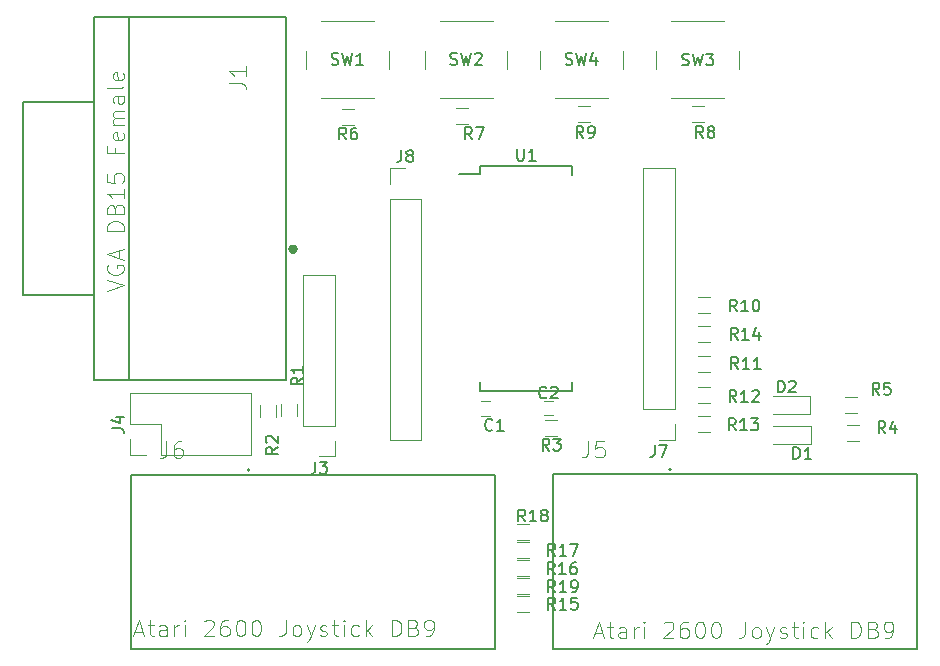
<source format=gbr>
%TF.GenerationSoftware,KiCad,Pcbnew,(5.0.1-3-g963ef8bb5)*%
%TF.CreationDate,2019-01-11T00:28:31-08:00*%
%TF.ProjectId,vga_i2c,7667615F6932632E6B696361645F7063,rev?*%
%TF.SameCoordinates,Original*%
%TF.FileFunction,Legend,Top*%
%TF.FilePolarity,Positive*%
%FSLAX46Y46*%
G04 Gerber Fmt 4.6, Leading zero omitted, Abs format (unit mm)*
G04 Created by KiCad (PCBNEW (5.0.1-3-g963ef8bb5)) date Friday, January 11, 2019 at 12:28:31 AM*
%MOMM*%
%LPD*%
G01*
G04 APERTURE LIST*
%ADD10C,0.120000*%
%ADD11C,0.200000*%
%ADD12C,0.127000*%
%ADD13C,0.150000*%
%ADD14C,0.400000*%
%ADD15C,0.050000*%
G04 APERTURE END LIST*
D10*
X96643500Y-89976000D02*
X95313500Y-89976000D01*
X96643500Y-88646000D02*
X96643500Y-89976000D01*
X96643500Y-87376000D02*
X93983500Y-87376000D01*
X93983500Y-87376000D02*
X93983500Y-66996000D01*
X96643500Y-87376000D02*
X96643500Y-66996000D01*
X96643500Y-66996000D02*
X93983500Y-66996000D01*
D11*
X96356400Y-92473200D02*
G75*
G03X96356400Y-92473200I-100000J0D01*
G01*
D12*
X93292400Y-107661200D02*
X86352400Y-107661200D01*
X110212400Y-107661200D02*
X93292400Y-107661200D01*
X117152400Y-107661200D02*
X110212400Y-107661200D01*
X117152400Y-92881200D02*
X117152400Y-107661200D01*
X86352400Y-92881200D02*
X117152400Y-92881200D01*
X86352400Y-107661200D02*
X86352400Y-92881200D01*
X50640000Y-107712000D02*
X50640000Y-92932000D01*
X50640000Y-92932000D02*
X81440000Y-92932000D01*
X81440000Y-92932000D02*
X81440000Y-107712000D01*
X81440000Y-107712000D02*
X74500000Y-107712000D01*
X74500000Y-107712000D02*
X57580000Y-107712000D01*
X57580000Y-107712000D02*
X50640000Y-107712000D01*
D11*
X60644000Y-92524000D02*
G75*
G03X60644000Y-92524000I-100000J0D01*
G01*
D10*
X85248800Y-57045600D02*
X85248800Y-58545600D01*
X86498800Y-61045600D02*
X90998800Y-61045600D01*
X92248800Y-58545600D02*
X92248800Y-57045600D01*
X90998800Y-54545600D02*
X86498800Y-54545600D01*
X67878000Y-91373000D02*
X66548000Y-91373000D01*
X67878000Y-90043000D02*
X67878000Y-91373000D01*
X67878000Y-88773000D02*
X65218000Y-88773000D01*
X65218000Y-88773000D02*
X65218000Y-76013000D01*
X67878000Y-88773000D02*
X67878000Y-76013000D01*
X67878000Y-76013000D02*
X65218000Y-76013000D01*
X50536800Y-91246000D02*
X50536800Y-89916000D01*
X51866800Y-91246000D02*
X50536800Y-91246000D01*
X50536800Y-88646000D02*
X50536800Y-86046000D01*
X53136800Y-88646000D02*
X50536800Y-88646000D01*
X53136800Y-91246000D02*
X53136800Y-88646000D01*
X50536800Y-86046000D02*
X60816800Y-86046000D01*
X53136800Y-91246000D02*
X60816800Y-91246000D01*
X60816800Y-91246000D02*
X60816800Y-86046000D01*
X83302400Y-103206000D02*
X84302400Y-103206000D01*
X84302400Y-104566000D02*
X83302400Y-104566000D01*
X84337600Y-101518000D02*
X83337600Y-101518000D01*
X83337600Y-100158000D02*
X84337600Y-100158000D01*
X83302400Y-98634000D02*
X84302400Y-98634000D01*
X84302400Y-99994000D02*
X83302400Y-99994000D01*
X84302400Y-98470000D02*
X83302400Y-98470000D01*
X83302400Y-97110000D02*
X84302400Y-97110000D01*
X83320000Y-101682000D02*
X84320000Y-101682000D01*
X84320000Y-103042000D02*
X83320000Y-103042000D01*
X79138400Y-63265600D02*
X78138400Y-63265600D01*
X78138400Y-61905600D02*
X79138400Y-61905600D01*
D13*
X80199000Y-67452000D02*
X78374000Y-67452000D01*
X80199000Y-85852000D02*
X87949000Y-85852000D01*
X80199000Y-66802000D02*
X87949000Y-66802000D01*
X80199000Y-85852000D02*
X80199000Y-85107000D01*
X87949000Y-85852000D02*
X87949000Y-85107000D01*
X87949000Y-66802000D02*
X87949000Y-67547000D01*
X80199000Y-66802000D02*
X80199000Y-67452000D01*
D10*
X80995000Y-87912500D02*
X80295000Y-87912500D01*
X80295000Y-86712500D02*
X80995000Y-86712500D01*
X85629000Y-86649000D02*
X86329000Y-86649000D01*
X86329000Y-87849000D02*
X85629000Y-87849000D01*
X104965000Y-88785000D02*
X108165000Y-88785000D01*
X108165000Y-90285000D02*
X104965000Y-90285000D01*
X108165000Y-90285000D02*
X108165000Y-88785000D01*
X104947200Y-86270400D02*
X108147200Y-86270400D01*
X108147200Y-87770400D02*
X104947200Y-87770400D01*
X108147200Y-87770400D02*
X108147200Y-86270400D01*
D14*
X64534000Y-73832500D02*
G75*
G03X64534000Y-73832500I-200000J0D01*
G01*
D12*
X50448000Y-84932500D02*
X50448000Y-54132500D01*
X50448000Y-54132500D02*
X47498000Y-54132500D01*
X63728000Y-54132500D02*
X50448000Y-54132500D01*
X63728000Y-84932500D02*
X63728000Y-54132500D01*
X50448000Y-84932500D02*
X63728000Y-84932500D01*
X47498000Y-84932500D02*
X50448000Y-84932500D01*
X41488000Y-77702500D02*
X47498000Y-77702500D01*
X41488000Y-61362500D02*
X41488000Y-77702500D01*
X47498000Y-61362500D02*
X41488000Y-61362500D01*
X47498000Y-54132500D02*
X47498000Y-61362500D01*
X47498000Y-77702500D02*
X47498000Y-61362500D01*
X47498000Y-77702500D02*
X47498000Y-84932500D01*
D10*
X63328000Y-87944400D02*
X63328000Y-86944400D01*
X64688000Y-86944400D02*
X64688000Y-87944400D01*
X62910000Y-87010800D02*
X62910000Y-88010800D01*
X61550000Y-88010800D02*
X61550000Y-87010800D01*
X85649000Y-88283500D02*
X86649000Y-88283500D01*
X86649000Y-89643500D02*
X85649000Y-89643500D01*
X111239500Y-88728000D02*
X112239500Y-88728000D01*
X112239500Y-90088000D02*
X111239500Y-90088000D01*
X111112500Y-86315000D02*
X112112500Y-86315000D01*
X112112500Y-87675000D02*
X111112500Y-87675000D01*
X68504000Y-61956400D02*
X69504000Y-61956400D01*
X69504000Y-63316400D02*
X68504000Y-63316400D01*
X99136000Y-63100500D02*
X98136000Y-63100500D01*
X98136000Y-61740500D02*
X99136000Y-61740500D01*
X88506500Y-61740500D02*
X89506500Y-61740500D01*
X89506500Y-63100500D02*
X88506500Y-63100500D01*
X99644000Y-79216800D02*
X98644000Y-79216800D01*
X98644000Y-77856800D02*
X99644000Y-77856800D01*
X99644000Y-84246000D02*
X98644000Y-84246000D01*
X98644000Y-82886000D02*
X99644000Y-82886000D01*
X99644000Y-86887600D02*
X98644000Y-86887600D01*
X98644000Y-85527600D02*
X99644000Y-85527600D01*
X99644000Y-89275200D02*
X98644000Y-89275200D01*
X98644000Y-87915200D02*
X99644000Y-87915200D01*
X99644000Y-81706000D02*
X98644000Y-81706000D01*
X98644000Y-80346000D02*
X99644000Y-80346000D01*
X71186800Y-54545600D02*
X66686800Y-54545600D01*
X72436800Y-58545600D02*
X72436800Y-57045600D01*
X66686800Y-61045600D02*
X71186800Y-61045600D01*
X65436800Y-57045600D02*
X65436800Y-58545600D01*
X81245200Y-54545600D02*
X76745200Y-54545600D01*
X82495200Y-58545600D02*
X82495200Y-57045600D01*
X76745200Y-61045600D02*
X81245200Y-61045600D01*
X75495200Y-57045600D02*
X75495200Y-58545600D01*
X100854000Y-54545600D02*
X96354000Y-54545600D01*
X102104000Y-58545600D02*
X102104000Y-57045600D01*
X96354000Y-61045600D02*
X100854000Y-61045600D01*
X95104000Y-57045600D02*
X95104000Y-58545600D01*
X72520500Y-66996000D02*
X73850500Y-66996000D01*
X72520500Y-68326000D02*
X72520500Y-66996000D01*
X72520500Y-69596000D02*
X75180500Y-69596000D01*
X75180500Y-69596000D02*
X75180500Y-89976000D01*
X72520500Y-69596000D02*
X72520500Y-89976000D01*
X72520500Y-89976000D02*
X75180500Y-89976000D01*
D13*
X94980166Y-90428380D02*
X94980166Y-91142666D01*
X94932547Y-91285523D01*
X94837309Y-91380761D01*
X94694452Y-91428380D01*
X94599214Y-91428380D01*
X95361119Y-90428380D02*
X96027785Y-90428380D01*
X95599214Y-91428380D01*
D15*
X89337056Y-90053313D02*
X89337056Y-91053691D01*
X89270364Y-91253767D01*
X89136980Y-91387151D01*
X88936905Y-91453843D01*
X88803521Y-91453843D01*
X90670894Y-90053313D02*
X90003975Y-90053313D01*
X89937283Y-90720232D01*
X90003975Y-90653540D01*
X90137359Y-90586848D01*
X90470819Y-90586848D01*
X90604202Y-90653540D01*
X90670894Y-90720232D01*
X90737586Y-90853615D01*
X90737586Y-91187075D01*
X90670894Y-91320459D01*
X90604202Y-91387151D01*
X90470819Y-91453843D01*
X90137359Y-91453843D01*
X90003975Y-91387151D01*
X89937283Y-91320459D01*
X89869877Y-106354740D02*
X90537134Y-106354740D01*
X89736425Y-106755094D02*
X90203505Y-105353854D01*
X90670585Y-106755094D01*
X90937488Y-105820934D02*
X91471294Y-105820934D01*
X91137665Y-105353854D02*
X91137665Y-106554917D01*
X91204391Y-106688368D01*
X91337842Y-106755094D01*
X91471294Y-106755094D01*
X92538905Y-106755094D02*
X92538905Y-106021111D01*
X92472180Y-105887660D01*
X92338728Y-105820934D01*
X92071825Y-105820934D01*
X91938374Y-105887660D01*
X92538905Y-106688368D02*
X92405454Y-106755094D01*
X92071825Y-106755094D01*
X91938374Y-106688368D01*
X91871648Y-106554917D01*
X91871648Y-106421465D01*
X91938374Y-106288014D01*
X92071825Y-106221288D01*
X92405454Y-106221288D01*
X92538905Y-106154562D01*
X93206162Y-106755094D02*
X93206162Y-105820934D01*
X93206162Y-106087837D02*
X93272888Y-105954385D01*
X93339614Y-105887660D01*
X93473065Y-105820934D01*
X93606517Y-105820934D01*
X94073597Y-106755094D02*
X94073597Y-105820934D01*
X94073597Y-105353854D02*
X94006871Y-105420580D01*
X94073597Y-105487305D01*
X94140322Y-105420580D01*
X94073597Y-105353854D01*
X94073597Y-105487305D01*
X95741740Y-105487305D02*
X95808465Y-105420580D01*
X95941917Y-105353854D01*
X96275545Y-105353854D01*
X96408997Y-105420580D01*
X96475722Y-105487305D01*
X96542448Y-105620757D01*
X96542448Y-105754208D01*
X96475722Y-105954385D01*
X95675014Y-106755094D01*
X96542448Y-106755094D01*
X97743511Y-105353854D02*
X97476608Y-105353854D01*
X97343157Y-105420580D01*
X97276431Y-105487305D01*
X97142980Y-105687482D01*
X97076254Y-105954385D01*
X97076254Y-106488191D01*
X97142980Y-106621642D01*
X97209705Y-106688368D01*
X97343157Y-106755094D01*
X97610060Y-106755094D01*
X97743511Y-106688368D01*
X97810237Y-106621642D01*
X97876962Y-106488191D01*
X97876962Y-106154562D01*
X97810237Y-106021111D01*
X97743511Y-105954385D01*
X97610060Y-105887660D01*
X97343157Y-105887660D01*
X97209705Y-105954385D01*
X97142980Y-106021111D01*
X97076254Y-106154562D01*
X98744397Y-105353854D02*
X98877848Y-105353854D01*
X99011300Y-105420580D01*
X99078025Y-105487305D01*
X99144751Y-105620757D01*
X99211477Y-105887660D01*
X99211477Y-106221288D01*
X99144751Y-106488191D01*
X99078025Y-106621642D01*
X99011300Y-106688368D01*
X98877848Y-106755094D01*
X98744397Y-106755094D01*
X98610945Y-106688368D01*
X98544220Y-106621642D01*
X98477494Y-106488191D01*
X98410768Y-106221288D01*
X98410768Y-105887660D01*
X98477494Y-105620757D01*
X98544220Y-105487305D01*
X98610945Y-105420580D01*
X98744397Y-105353854D01*
X100078911Y-105353854D02*
X100212362Y-105353854D01*
X100345814Y-105420580D01*
X100412540Y-105487305D01*
X100479265Y-105620757D01*
X100545991Y-105887660D01*
X100545991Y-106221288D01*
X100479265Y-106488191D01*
X100412540Y-106621642D01*
X100345814Y-106688368D01*
X100212362Y-106755094D01*
X100078911Y-106755094D01*
X99945460Y-106688368D01*
X99878734Y-106621642D01*
X99812008Y-106488191D01*
X99745282Y-106221288D01*
X99745282Y-105887660D01*
X99812008Y-105620757D01*
X99878734Y-105487305D01*
X99945460Y-105420580D01*
X100078911Y-105353854D01*
X102614488Y-105353854D02*
X102614488Y-106354740D01*
X102547762Y-106554917D01*
X102414311Y-106688368D01*
X102214134Y-106755094D01*
X102080682Y-106755094D01*
X103481922Y-106755094D02*
X103348471Y-106688368D01*
X103281745Y-106621642D01*
X103215020Y-106488191D01*
X103215020Y-106087837D01*
X103281745Y-105954385D01*
X103348471Y-105887660D01*
X103481922Y-105820934D01*
X103682100Y-105820934D01*
X103815551Y-105887660D01*
X103882277Y-105954385D01*
X103949002Y-106087837D01*
X103949002Y-106488191D01*
X103882277Y-106621642D01*
X103815551Y-106688368D01*
X103682100Y-106755094D01*
X103481922Y-106755094D01*
X104416082Y-105820934D02*
X104749711Y-106755094D01*
X105083340Y-105820934D02*
X104749711Y-106755094D01*
X104616260Y-107088722D01*
X104549534Y-107155448D01*
X104416082Y-107222174D01*
X105550420Y-106688368D02*
X105683871Y-106755094D01*
X105950774Y-106755094D01*
X106084225Y-106688368D01*
X106150951Y-106554917D01*
X106150951Y-106488191D01*
X106084225Y-106354740D01*
X105950774Y-106288014D01*
X105750597Y-106288014D01*
X105617145Y-106221288D01*
X105550420Y-106087837D01*
X105550420Y-106021111D01*
X105617145Y-105887660D01*
X105750597Y-105820934D01*
X105950774Y-105820934D01*
X106084225Y-105887660D01*
X106551305Y-105820934D02*
X107085111Y-105820934D01*
X106751482Y-105353854D02*
X106751482Y-106554917D01*
X106818208Y-106688368D01*
X106951660Y-106755094D01*
X107085111Y-106755094D01*
X107552191Y-106755094D02*
X107552191Y-105820934D01*
X107552191Y-105353854D02*
X107485465Y-105420580D01*
X107552191Y-105487305D01*
X107618917Y-105420580D01*
X107552191Y-105353854D01*
X107552191Y-105487305D01*
X108819980Y-106688368D02*
X108686528Y-106755094D01*
X108419625Y-106755094D01*
X108286174Y-106688368D01*
X108219448Y-106621642D01*
X108152722Y-106488191D01*
X108152722Y-106087837D01*
X108219448Y-105954385D01*
X108286174Y-105887660D01*
X108419625Y-105820934D01*
X108686528Y-105820934D01*
X108819980Y-105887660D01*
X109420511Y-106755094D02*
X109420511Y-105353854D01*
X109553962Y-106221288D02*
X109954317Y-106755094D01*
X109954317Y-105820934D02*
X109420511Y-106354740D01*
X111622460Y-106755094D02*
X111622460Y-105353854D01*
X111956088Y-105353854D01*
X112156265Y-105420580D01*
X112289717Y-105554031D01*
X112356442Y-105687482D01*
X112423168Y-105954385D01*
X112423168Y-106154562D01*
X112356442Y-106421465D01*
X112289717Y-106554917D01*
X112156265Y-106688368D01*
X111956088Y-106755094D01*
X111622460Y-106755094D01*
X113490780Y-106021111D02*
X113690957Y-106087837D01*
X113757682Y-106154562D01*
X113824408Y-106288014D01*
X113824408Y-106488191D01*
X113757682Y-106621642D01*
X113690957Y-106688368D01*
X113557505Y-106755094D01*
X113023700Y-106755094D01*
X113023700Y-105353854D01*
X113490780Y-105353854D01*
X113624231Y-105420580D01*
X113690957Y-105487305D01*
X113757682Y-105620757D01*
X113757682Y-105754208D01*
X113690957Y-105887660D01*
X113624231Y-105954385D01*
X113490780Y-106021111D01*
X113023700Y-106021111D01*
X114491665Y-106755094D02*
X114758568Y-106755094D01*
X114892020Y-106688368D01*
X114958745Y-106621642D01*
X115092197Y-106421465D01*
X115158922Y-106154562D01*
X115158922Y-105620757D01*
X115092197Y-105487305D01*
X115025471Y-105420580D01*
X114892020Y-105353854D01*
X114625117Y-105353854D01*
X114491665Y-105420580D01*
X114424940Y-105487305D01*
X114358214Y-105620757D01*
X114358214Y-105954385D01*
X114424940Y-106087837D01*
X114491665Y-106154562D01*
X114625117Y-106221288D01*
X114892020Y-106221288D01*
X115025471Y-106154562D01*
X115092197Y-106087837D01*
X115158922Y-105954385D01*
X53624656Y-90104113D02*
X53624656Y-91104491D01*
X53557964Y-91304567D01*
X53424580Y-91437951D01*
X53224505Y-91504643D01*
X53091121Y-91504643D01*
X54891802Y-90104113D02*
X54625035Y-90104113D01*
X54491651Y-90170805D01*
X54424959Y-90237496D01*
X54291575Y-90437572D01*
X54224883Y-90704340D01*
X54224883Y-91237875D01*
X54291575Y-91371259D01*
X54358267Y-91437951D01*
X54491651Y-91504643D01*
X54758419Y-91504643D01*
X54891802Y-91437951D01*
X54958494Y-91371259D01*
X55025186Y-91237875D01*
X55025186Y-90904415D01*
X54958494Y-90771032D01*
X54891802Y-90704340D01*
X54758419Y-90637648D01*
X54491651Y-90637648D01*
X54358267Y-90704340D01*
X54291575Y-90771032D01*
X54224883Y-90904415D01*
X50957077Y-106202340D02*
X51624334Y-106202340D01*
X50823625Y-106602694D02*
X51290705Y-105201454D01*
X51757785Y-106602694D01*
X52024688Y-105668534D02*
X52558494Y-105668534D01*
X52224865Y-105201454D02*
X52224865Y-106402517D01*
X52291591Y-106535968D01*
X52425042Y-106602694D01*
X52558494Y-106602694D01*
X53626105Y-106602694D02*
X53626105Y-105868711D01*
X53559380Y-105735260D01*
X53425928Y-105668534D01*
X53159025Y-105668534D01*
X53025574Y-105735260D01*
X53626105Y-106535968D02*
X53492654Y-106602694D01*
X53159025Y-106602694D01*
X53025574Y-106535968D01*
X52958848Y-106402517D01*
X52958848Y-106269065D01*
X53025574Y-106135614D01*
X53159025Y-106068888D01*
X53492654Y-106068888D01*
X53626105Y-106002162D01*
X54293362Y-106602694D02*
X54293362Y-105668534D01*
X54293362Y-105935437D02*
X54360088Y-105801985D01*
X54426814Y-105735260D01*
X54560265Y-105668534D01*
X54693717Y-105668534D01*
X55160797Y-106602694D02*
X55160797Y-105668534D01*
X55160797Y-105201454D02*
X55094071Y-105268180D01*
X55160797Y-105334905D01*
X55227522Y-105268180D01*
X55160797Y-105201454D01*
X55160797Y-105334905D01*
X56828940Y-105334905D02*
X56895665Y-105268180D01*
X57029117Y-105201454D01*
X57362745Y-105201454D01*
X57496197Y-105268180D01*
X57562922Y-105334905D01*
X57629648Y-105468357D01*
X57629648Y-105601808D01*
X57562922Y-105801985D01*
X56762214Y-106602694D01*
X57629648Y-106602694D01*
X58830711Y-105201454D02*
X58563808Y-105201454D01*
X58430357Y-105268180D01*
X58363631Y-105334905D01*
X58230180Y-105535082D01*
X58163454Y-105801985D01*
X58163454Y-106335791D01*
X58230180Y-106469242D01*
X58296905Y-106535968D01*
X58430357Y-106602694D01*
X58697260Y-106602694D01*
X58830711Y-106535968D01*
X58897437Y-106469242D01*
X58964162Y-106335791D01*
X58964162Y-106002162D01*
X58897437Y-105868711D01*
X58830711Y-105801985D01*
X58697260Y-105735260D01*
X58430357Y-105735260D01*
X58296905Y-105801985D01*
X58230180Y-105868711D01*
X58163454Y-106002162D01*
X59831597Y-105201454D02*
X59965048Y-105201454D01*
X60098500Y-105268180D01*
X60165225Y-105334905D01*
X60231951Y-105468357D01*
X60298677Y-105735260D01*
X60298677Y-106068888D01*
X60231951Y-106335791D01*
X60165225Y-106469242D01*
X60098500Y-106535968D01*
X59965048Y-106602694D01*
X59831597Y-106602694D01*
X59698145Y-106535968D01*
X59631420Y-106469242D01*
X59564694Y-106335791D01*
X59497968Y-106068888D01*
X59497968Y-105735260D01*
X59564694Y-105468357D01*
X59631420Y-105334905D01*
X59698145Y-105268180D01*
X59831597Y-105201454D01*
X61166111Y-105201454D02*
X61299562Y-105201454D01*
X61433014Y-105268180D01*
X61499740Y-105334905D01*
X61566465Y-105468357D01*
X61633191Y-105735260D01*
X61633191Y-106068888D01*
X61566465Y-106335791D01*
X61499740Y-106469242D01*
X61433014Y-106535968D01*
X61299562Y-106602694D01*
X61166111Y-106602694D01*
X61032660Y-106535968D01*
X60965934Y-106469242D01*
X60899208Y-106335791D01*
X60832482Y-106068888D01*
X60832482Y-105735260D01*
X60899208Y-105468357D01*
X60965934Y-105334905D01*
X61032660Y-105268180D01*
X61166111Y-105201454D01*
X63701688Y-105201454D02*
X63701688Y-106202340D01*
X63634962Y-106402517D01*
X63501511Y-106535968D01*
X63301334Y-106602694D01*
X63167882Y-106602694D01*
X64569122Y-106602694D02*
X64435671Y-106535968D01*
X64368945Y-106469242D01*
X64302220Y-106335791D01*
X64302220Y-105935437D01*
X64368945Y-105801985D01*
X64435671Y-105735260D01*
X64569122Y-105668534D01*
X64769300Y-105668534D01*
X64902751Y-105735260D01*
X64969477Y-105801985D01*
X65036202Y-105935437D01*
X65036202Y-106335791D01*
X64969477Y-106469242D01*
X64902751Y-106535968D01*
X64769300Y-106602694D01*
X64569122Y-106602694D01*
X65503282Y-105668534D02*
X65836911Y-106602694D01*
X66170540Y-105668534D02*
X65836911Y-106602694D01*
X65703460Y-106936322D01*
X65636734Y-107003048D01*
X65503282Y-107069774D01*
X66637620Y-106535968D02*
X66771071Y-106602694D01*
X67037974Y-106602694D01*
X67171425Y-106535968D01*
X67238151Y-106402517D01*
X67238151Y-106335791D01*
X67171425Y-106202340D01*
X67037974Y-106135614D01*
X66837797Y-106135614D01*
X66704345Y-106068888D01*
X66637620Y-105935437D01*
X66637620Y-105868711D01*
X66704345Y-105735260D01*
X66837797Y-105668534D01*
X67037974Y-105668534D01*
X67171425Y-105735260D01*
X67638505Y-105668534D02*
X68172311Y-105668534D01*
X67838682Y-105201454D02*
X67838682Y-106402517D01*
X67905408Y-106535968D01*
X68038860Y-106602694D01*
X68172311Y-106602694D01*
X68639391Y-106602694D02*
X68639391Y-105668534D01*
X68639391Y-105201454D02*
X68572665Y-105268180D01*
X68639391Y-105334905D01*
X68706117Y-105268180D01*
X68639391Y-105201454D01*
X68639391Y-105334905D01*
X69907180Y-106535968D02*
X69773728Y-106602694D01*
X69506825Y-106602694D01*
X69373374Y-106535968D01*
X69306648Y-106469242D01*
X69239922Y-106335791D01*
X69239922Y-105935437D01*
X69306648Y-105801985D01*
X69373374Y-105735260D01*
X69506825Y-105668534D01*
X69773728Y-105668534D01*
X69907180Y-105735260D01*
X70507711Y-106602694D02*
X70507711Y-105201454D01*
X70641162Y-106068888D02*
X71041517Y-106602694D01*
X71041517Y-105668534D02*
X70507711Y-106202340D01*
X72709660Y-106602694D02*
X72709660Y-105201454D01*
X73043288Y-105201454D01*
X73243465Y-105268180D01*
X73376917Y-105401631D01*
X73443642Y-105535082D01*
X73510368Y-105801985D01*
X73510368Y-106002162D01*
X73443642Y-106269065D01*
X73376917Y-106402517D01*
X73243465Y-106535968D01*
X73043288Y-106602694D01*
X72709660Y-106602694D01*
X74577980Y-105868711D02*
X74778157Y-105935437D01*
X74844882Y-106002162D01*
X74911608Y-106135614D01*
X74911608Y-106335791D01*
X74844882Y-106469242D01*
X74778157Y-106535968D01*
X74644705Y-106602694D01*
X74110900Y-106602694D01*
X74110900Y-105201454D01*
X74577980Y-105201454D01*
X74711431Y-105268180D01*
X74778157Y-105334905D01*
X74844882Y-105468357D01*
X74844882Y-105601808D01*
X74778157Y-105735260D01*
X74711431Y-105801985D01*
X74577980Y-105868711D01*
X74110900Y-105868711D01*
X75578865Y-106602694D02*
X75845768Y-106602694D01*
X75979220Y-106535968D01*
X76045945Y-106469242D01*
X76179397Y-106269065D01*
X76246122Y-106002162D01*
X76246122Y-105468357D01*
X76179397Y-105334905D01*
X76112671Y-105268180D01*
X75979220Y-105201454D01*
X75712317Y-105201454D01*
X75578865Y-105268180D01*
X75512140Y-105334905D01*
X75445414Y-105468357D01*
X75445414Y-105801985D01*
X75512140Y-105935437D01*
X75578865Y-106002162D01*
X75712317Y-106068888D01*
X75979220Y-106068888D01*
X76112671Y-106002162D01*
X76179397Y-105935437D01*
X76246122Y-105801985D01*
D13*
X87414266Y-58164361D02*
X87557123Y-58211980D01*
X87795219Y-58211980D01*
X87890457Y-58164361D01*
X87938076Y-58116742D01*
X87985695Y-58021504D01*
X87985695Y-57926266D01*
X87938076Y-57831028D01*
X87890457Y-57783409D01*
X87795219Y-57735790D01*
X87604742Y-57688171D01*
X87509504Y-57640552D01*
X87461885Y-57592933D01*
X87414266Y-57497695D01*
X87414266Y-57402457D01*
X87461885Y-57307219D01*
X87509504Y-57259600D01*
X87604742Y-57211980D01*
X87842838Y-57211980D01*
X87985695Y-57259600D01*
X88319028Y-57211980D02*
X88557123Y-58211980D01*
X88747600Y-57497695D01*
X88938076Y-58211980D01*
X89176171Y-57211980D01*
X89985695Y-57545314D02*
X89985695Y-58211980D01*
X89747600Y-57164361D02*
X89509504Y-57878647D01*
X90128552Y-57878647D01*
X66214666Y-91825380D02*
X66214666Y-92539666D01*
X66167047Y-92682523D01*
X66071809Y-92777761D01*
X65928952Y-92825380D01*
X65833714Y-92825380D01*
X66595619Y-91825380D02*
X67214666Y-91825380D01*
X66881333Y-92206333D01*
X67024190Y-92206333D01*
X67119428Y-92253952D01*
X67167047Y-92301571D01*
X67214666Y-92396809D01*
X67214666Y-92634904D01*
X67167047Y-92730142D01*
X67119428Y-92777761D01*
X67024190Y-92825380D01*
X66738476Y-92825380D01*
X66643238Y-92777761D01*
X66595619Y-92730142D01*
X48989180Y-88979333D02*
X49703466Y-88979333D01*
X49846323Y-89026952D01*
X49941561Y-89122190D01*
X49989180Y-89265047D01*
X49989180Y-89360285D01*
X49322514Y-88074571D02*
X49989180Y-88074571D01*
X48941561Y-88312666D02*
X49655847Y-88550761D01*
X49655847Y-87931714D01*
X86529942Y-104338380D02*
X86196609Y-103862190D01*
X85958514Y-104338380D02*
X85958514Y-103338380D01*
X86339466Y-103338380D01*
X86434704Y-103386000D01*
X86482323Y-103433619D01*
X86529942Y-103528857D01*
X86529942Y-103671714D01*
X86482323Y-103766952D01*
X86434704Y-103814571D01*
X86339466Y-103862190D01*
X85958514Y-103862190D01*
X87482323Y-104338380D02*
X86910895Y-104338380D01*
X87196609Y-104338380D02*
X87196609Y-103338380D01*
X87101371Y-103481238D01*
X87006133Y-103576476D01*
X86910895Y-103624095D01*
X88387085Y-103338380D02*
X87910895Y-103338380D01*
X87863276Y-103814571D01*
X87910895Y-103766952D01*
X88006133Y-103719333D01*
X88244228Y-103719333D01*
X88339466Y-103766952D01*
X88387085Y-103814571D01*
X88434704Y-103909809D01*
X88434704Y-104147904D01*
X88387085Y-104243142D01*
X88339466Y-104290761D01*
X88244228Y-104338380D01*
X88006133Y-104338380D01*
X87910895Y-104290761D01*
X87863276Y-104243142D01*
X86479142Y-101341180D02*
X86145809Y-100864990D01*
X85907714Y-101341180D02*
X85907714Y-100341180D01*
X86288666Y-100341180D01*
X86383904Y-100388800D01*
X86431523Y-100436419D01*
X86479142Y-100531657D01*
X86479142Y-100674514D01*
X86431523Y-100769752D01*
X86383904Y-100817371D01*
X86288666Y-100864990D01*
X85907714Y-100864990D01*
X87431523Y-101341180D02*
X86860095Y-101341180D01*
X87145809Y-101341180D02*
X87145809Y-100341180D01*
X87050571Y-100484038D01*
X86955333Y-100579276D01*
X86860095Y-100626895D01*
X88288666Y-100341180D02*
X88098190Y-100341180D01*
X88002952Y-100388800D01*
X87955333Y-100436419D01*
X87860095Y-100579276D01*
X87812476Y-100769752D01*
X87812476Y-101150704D01*
X87860095Y-101245942D01*
X87907714Y-101293561D01*
X88002952Y-101341180D01*
X88193428Y-101341180D01*
X88288666Y-101293561D01*
X88336285Y-101245942D01*
X88383904Y-101150704D01*
X88383904Y-100912609D01*
X88336285Y-100817371D01*
X88288666Y-100769752D01*
X88193428Y-100722133D01*
X88002952Y-100722133D01*
X87907714Y-100769752D01*
X87860095Y-100817371D01*
X87812476Y-100912609D01*
X86529942Y-99766380D02*
X86196609Y-99290190D01*
X85958514Y-99766380D02*
X85958514Y-98766380D01*
X86339466Y-98766380D01*
X86434704Y-98814000D01*
X86482323Y-98861619D01*
X86529942Y-98956857D01*
X86529942Y-99099714D01*
X86482323Y-99194952D01*
X86434704Y-99242571D01*
X86339466Y-99290190D01*
X85958514Y-99290190D01*
X87482323Y-99766380D02*
X86910895Y-99766380D01*
X87196609Y-99766380D02*
X87196609Y-98766380D01*
X87101371Y-98909238D01*
X87006133Y-99004476D01*
X86910895Y-99052095D01*
X87815657Y-98766380D02*
X88482323Y-98766380D01*
X88053752Y-99766380D01*
X83989942Y-96870780D02*
X83656609Y-96394590D01*
X83418514Y-96870780D02*
X83418514Y-95870780D01*
X83799466Y-95870780D01*
X83894704Y-95918400D01*
X83942323Y-95966019D01*
X83989942Y-96061257D01*
X83989942Y-96204114D01*
X83942323Y-96299352D01*
X83894704Y-96346971D01*
X83799466Y-96394590D01*
X83418514Y-96394590D01*
X84942323Y-96870780D02*
X84370895Y-96870780D01*
X84656609Y-96870780D02*
X84656609Y-95870780D01*
X84561371Y-96013638D01*
X84466133Y-96108876D01*
X84370895Y-96156495D01*
X85513752Y-96299352D02*
X85418514Y-96251733D01*
X85370895Y-96204114D01*
X85323276Y-96108876D01*
X85323276Y-96061257D01*
X85370895Y-95966019D01*
X85418514Y-95918400D01*
X85513752Y-95870780D01*
X85704228Y-95870780D01*
X85799466Y-95918400D01*
X85847085Y-95966019D01*
X85894704Y-96061257D01*
X85894704Y-96108876D01*
X85847085Y-96204114D01*
X85799466Y-96251733D01*
X85704228Y-96299352D01*
X85513752Y-96299352D01*
X85418514Y-96346971D01*
X85370895Y-96394590D01*
X85323276Y-96489828D01*
X85323276Y-96680304D01*
X85370895Y-96775542D01*
X85418514Y-96823161D01*
X85513752Y-96870780D01*
X85704228Y-96870780D01*
X85799466Y-96823161D01*
X85847085Y-96775542D01*
X85894704Y-96680304D01*
X85894704Y-96489828D01*
X85847085Y-96394590D01*
X85799466Y-96346971D01*
X85704228Y-96299352D01*
X86529942Y-102865180D02*
X86196609Y-102388990D01*
X85958514Y-102865180D02*
X85958514Y-101865180D01*
X86339466Y-101865180D01*
X86434704Y-101912800D01*
X86482323Y-101960419D01*
X86529942Y-102055657D01*
X86529942Y-102198514D01*
X86482323Y-102293752D01*
X86434704Y-102341371D01*
X86339466Y-102388990D01*
X85958514Y-102388990D01*
X87482323Y-102865180D02*
X86910895Y-102865180D01*
X87196609Y-102865180D02*
X87196609Y-101865180D01*
X87101371Y-102008038D01*
X87006133Y-102103276D01*
X86910895Y-102150895D01*
X87958514Y-102865180D02*
X88148990Y-102865180D01*
X88244228Y-102817561D01*
X88291847Y-102769942D01*
X88387085Y-102627085D01*
X88434704Y-102436609D01*
X88434704Y-102055657D01*
X88387085Y-101960419D01*
X88339466Y-101912800D01*
X88244228Y-101865180D01*
X88053752Y-101865180D01*
X87958514Y-101912800D01*
X87910895Y-101960419D01*
X87863276Y-102055657D01*
X87863276Y-102293752D01*
X87910895Y-102388990D01*
X87958514Y-102436609D01*
X88053752Y-102484228D01*
X88244228Y-102484228D01*
X88339466Y-102436609D01*
X88387085Y-102388990D01*
X88434704Y-102293752D01*
X79487733Y-64511180D02*
X79154400Y-64034990D01*
X78916304Y-64511180D02*
X78916304Y-63511180D01*
X79297257Y-63511180D01*
X79392495Y-63558800D01*
X79440114Y-63606419D01*
X79487733Y-63701657D01*
X79487733Y-63844514D01*
X79440114Y-63939752D01*
X79392495Y-63987371D01*
X79297257Y-64034990D01*
X78916304Y-64034990D01*
X79821066Y-63511180D02*
X80487733Y-63511180D01*
X80059161Y-64511180D01*
X83312095Y-65329380D02*
X83312095Y-66138904D01*
X83359714Y-66234142D01*
X83407333Y-66281761D01*
X83502571Y-66329380D01*
X83693047Y-66329380D01*
X83788285Y-66281761D01*
X83835904Y-66234142D01*
X83883523Y-66138904D01*
X83883523Y-65329380D01*
X84883523Y-66329380D02*
X84312095Y-66329380D01*
X84597809Y-66329380D02*
X84597809Y-65329380D01*
X84502571Y-65472238D01*
X84407333Y-65567476D01*
X84312095Y-65615095D01*
X81214933Y-89104742D02*
X81167314Y-89152361D01*
X81024457Y-89199980D01*
X80929219Y-89199980D01*
X80786361Y-89152361D01*
X80691123Y-89057123D01*
X80643504Y-88961885D01*
X80595885Y-88771409D01*
X80595885Y-88628552D01*
X80643504Y-88438076D01*
X80691123Y-88342838D01*
X80786361Y-88247600D01*
X80929219Y-88199980D01*
X81024457Y-88199980D01*
X81167314Y-88247600D01*
X81214933Y-88295219D01*
X82167314Y-89199980D02*
X81595885Y-89199980D01*
X81881600Y-89199980D02*
X81881600Y-88199980D01*
X81786361Y-88342838D01*
X81691123Y-88438076D01*
X81595885Y-88485695D01*
X85786933Y-86361542D02*
X85739314Y-86409161D01*
X85596457Y-86456780D01*
X85501219Y-86456780D01*
X85358361Y-86409161D01*
X85263123Y-86313923D01*
X85215504Y-86218685D01*
X85167885Y-86028209D01*
X85167885Y-85885352D01*
X85215504Y-85694876D01*
X85263123Y-85599638D01*
X85358361Y-85504400D01*
X85501219Y-85456780D01*
X85596457Y-85456780D01*
X85739314Y-85504400D01*
X85786933Y-85552019D01*
X86167885Y-85552019D02*
X86215504Y-85504400D01*
X86310742Y-85456780D01*
X86548838Y-85456780D01*
X86644076Y-85504400D01*
X86691695Y-85552019D01*
X86739314Y-85647257D01*
X86739314Y-85742495D01*
X86691695Y-85885352D01*
X86120266Y-86456780D01*
X86739314Y-86456780D01*
X106703904Y-91587580D02*
X106703904Y-90587580D01*
X106942000Y-90587580D01*
X107084857Y-90635200D01*
X107180095Y-90730438D01*
X107227714Y-90825676D01*
X107275333Y-91016152D01*
X107275333Y-91159009D01*
X107227714Y-91349485D01*
X107180095Y-91444723D01*
X107084857Y-91539961D01*
X106942000Y-91587580D01*
X106703904Y-91587580D01*
X108227714Y-91587580D02*
X107656285Y-91587580D01*
X107942000Y-91587580D02*
X107942000Y-90587580D01*
X107846761Y-90730438D01*
X107751523Y-90825676D01*
X107656285Y-90873295D01*
X105383104Y-85948780D02*
X105383104Y-84948780D01*
X105621200Y-84948780D01*
X105764057Y-84996400D01*
X105859295Y-85091638D01*
X105906914Y-85186876D01*
X105954533Y-85377352D01*
X105954533Y-85520209D01*
X105906914Y-85710685D01*
X105859295Y-85805923D01*
X105764057Y-85901161D01*
X105621200Y-85948780D01*
X105383104Y-85948780D01*
X106335485Y-85044019D02*
X106383104Y-84996400D01*
X106478342Y-84948780D01*
X106716438Y-84948780D01*
X106811676Y-84996400D01*
X106859295Y-85044019D01*
X106906914Y-85139257D01*
X106906914Y-85234495D01*
X106859295Y-85377352D01*
X106287866Y-85948780D01*
X106906914Y-85948780D01*
D15*
X58921980Y-59751090D02*
X59923745Y-59751090D01*
X60124097Y-59817874D01*
X60257666Y-59951442D01*
X60324450Y-60151795D01*
X60324450Y-60285364D01*
X60324450Y-58348620D02*
X60324450Y-59150031D01*
X60324450Y-58749325D02*
X58921980Y-58749325D01*
X59122333Y-58882894D01*
X59255902Y-59016462D01*
X59322686Y-59150031D01*
X48610194Y-77330167D02*
X50011544Y-76863051D01*
X48610194Y-76395934D01*
X48676925Y-75194777D02*
X48610194Y-75328239D01*
X48610194Y-75528432D01*
X48676925Y-75728625D01*
X48810386Y-75862086D01*
X48943848Y-75928817D01*
X49210772Y-75995548D01*
X49410965Y-75995548D01*
X49677889Y-75928817D01*
X49811351Y-75862086D01*
X49944813Y-75728625D01*
X50011544Y-75528432D01*
X50011544Y-75394970D01*
X49944813Y-75194777D01*
X49878082Y-75128046D01*
X49410965Y-75128046D01*
X49410965Y-75394970D01*
X49611158Y-74594198D02*
X49611158Y-73926889D01*
X50011544Y-74727660D02*
X48610194Y-74260544D01*
X50011544Y-73793427D01*
X50011544Y-72258615D02*
X48610194Y-72258615D01*
X48610194Y-71924960D01*
X48676925Y-71724767D01*
X48810386Y-71591305D01*
X48943848Y-71524575D01*
X49210772Y-71457844D01*
X49410965Y-71457844D01*
X49677889Y-71524575D01*
X49811351Y-71591305D01*
X49944813Y-71724767D01*
X50011544Y-71924960D01*
X50011544Y-72258615D01*
X49277503Y-70390148D02*
X49344234Y-70189955D01*
X49410965Y-70123225D01*
X49544427Y-70056494D01*
X49744620Y-70056494D01*
X49878082Y-70123225D01*
X49944813Y-70189955D01*
X50011544Y-70323417D01*
X50011544Y-70857265D01*
X48610194Y-70857265D01*
X48610194Y-70390148D01*
X48676925Y-70256686D01*
X48743655Y-70189955D01*
X48877117Y-70123225D01*
X49010579Y-70123225D01*
X49144041Y-70189955D01*
X49210772Y-70256686D01*
X49277503Y-70390148D01*
X49277503Y-70857265D01*
X50011544Y-68721875D02*
X50011544Y-69522646D01*
X50011544Y-69122260D02*
X48610194Y-69122260D01*
X48810386Y-69255722D01*
X48943848Y-69389184D01*
X49010579Y-69522646D01*
X48610194Y-67453986D02*
X48610194Y-68121296D01*
X49277503Y-68188027D01*
X49210772Y-68121296D01*
X49144041Y-67987834D01*
X49144041Y-67654179D01*
X49210772Y-67520717D01*
X49277503Y-67453986D01*
X49410965Y-67387255D01*
X49744620Y-67387255D01*
X49878082Y-67453986D01*
X49944813Y-67520717D01*
X50011544Y-67654179D01*
X50011544Y-67987834D01*
X49944813Y-68121296D01*
X49878082Y-68188027D01*
X49277503Y-65251865D02*
X49277503Y-65718982D01*
X50011544Y-65718982D02*
X48610194Y-65718982D01*
X48610194Y-65051672D01*
X49944813Y-63983977D02*
X50011544Y-64117439D01*
X50011544Y-64384363D01*
X49944813Y-64517825D01*
X49811351Y-64584555D01*
X49277503Y-64584555D01*
X49144041Y-64517825D01*
X49077310Y-64384363D01*
X49077310Y-64117439D01*
X49144041Y-63983977D01*
X49277503Y-63917246D01*
X49410965Y-63917246D01*
X49544427Y-64584555D01*
X50011544Y-63316667D02*
X49077310Y-63316667D01*
X49210772Y-63316667D02*
X49144041Y-63249936D01*
X49077310Y-63116475D01*
X49077310Y-62916282D01*
X49144041Y-62782820D01*
X49277503Y-62716089D01*
X50011544Y-62716089D01*
X49277503Y-62716089D02*
X49144041Y-62649358D01*
X49077310Y-62515896D01*
X49077310Y-62315703D01*
X49144041Y-62182241D01*
X49277503Y-62115510D01*
X50011544Y-62115510D01*
X50011544Y-60847622D02*
X49277503Y-60847622D01*
X49144041Y-60914353D01*
X49077310Y-61047815D01*
X49077310Y-61314739D01*
X49144041Y-61448201D01*
X49944813Y-60847622D02*
X50011544Y-60981084D01*
X50011544Y-61314739D01*
X49944813Y-61448201D01*
X49811351Y-61514932D01*
X49677889Y-61514932D01*
X49544427Y-61448201D01*
X49477696Y-61314739D01*
X49477696Y-60981084D01*
X49410965Y-60847622D01*
X50011544Y-59980120D02*
X49944813Y-60113582D01*
X49811351Y-60180313D01*
X48610194Y-60180313D01*
X49944813Y-58912425D02*
X50011544Y-59045886D01*
X50011544Y-59312810D01*
X49944813Y-59446272D01*
X49811351Y-59513003D01*
X49277503Y-59513003D01*
X49144041Y-59446272D01*
X49077310Y-59312810D01*
X49077310Y-59045886D01*
X49144041Y-58912425D01*
X49277503Y-58845694D01*
X49410965Y-58845694D01*
X49544427Y-59513003D01*
D13*
X65171580Y-84697866D02*
X64695390Y-85031200D01*
X65171580Y-85269295D02*
X64171580Y-85269295D01*
X64171580Y-84888342D01*
X64219200Y-84793104D01*
X64266819Y-84745485D01*
X64362057Y-84697866D01*
X64504914Y-84697866D01*
X64600152Y-84745485D01*
X64647771Y-84793104D01*
X64695390Y-84888342D01*
X64695390Y-85269295D01*
X65171580Y-83745485D02*
X65171580Y-84316914D01*
X65171580Y-84031200D02*
X64171580Y-84031200D01*
X64314438Y-84126438D01*
X64409676Y-84221676D01*
X64457295Y-84316914D01*
X63037980Y-90590666D02*
X62561790Y-90924000D01*
X63037980Y-91162095D02*
X62037980Y-91162095D01*
X62037980Y-90781142D01*
X62085600Y-90685904D01*
X62133219Y-90638285D01*
X62228457Y-90590666D01*
X62371314Y-90590666D01*
X62466552Y-90638285D01*
X62514171Y-90685904D01*
X62561790Y-90781142D01*
X62561790Y-91162095D01*
X62133219Y-90209714D02*
X62085600Y-90162095D01*
X62037980Y-90066857D01*
X62037980Y-89828761D01*
X62085600Y-89733523D01*
X62133219Y-89685904D01*
X62228457Y-89638285D01*
X62323695Y-89638285D01*
X62466552Y-89685904D01*
X63037980Y-90257333D01*
X63037980Y-89638285D01*
X86040933Y-90876380D02*
X85707600Y-90400190D01*
X85469504Y-90876380D02*
X85469504Y-89876380D01*
X85850457Y-89876380D01*
X85945695Y-89924000D01*
X85993314Y-89971619D01*
X86040933Y-90066857D01*
X86040933Y-90209714D01*
X85993314Y-90304952D01*
X85945695Y-90352571D01*
X85850457Y-90400190D01*
X85469504Y-90400190D01*
X86374266Y-89876380D02*
X86993314Y-89876380D01*
X86659980Y-90257333D01*
X86802838Y-90257333D01*
X86898076Y-90304952D01*
X86945695Y-90352571D01*
X86993314Y-90447809D01*
X86993314Y-90685904D01*
X86945695Y-90781142D01*
X86898076Y-90828761D01*
X86802838Y-90876380D01*
X86517123Y-90876380D01*
X86421885Y-90828761D01*
X86374266Y-90781142D01*
X114488933Y-89403180D02*
X114155600Y-88926990D01*
X113917504Y-89403180D02*
X113917504Y-88403180D01*
X114298457Y-88403180D01*
X114393695Y-88450800D01*
X114441314Y-88498419D01*
X114488933Y-88593657D01*
X114488933Y-88736514D01*
X114441314Y-88831752D01*
X114393695Y-88879371D01*
X114298457Y-88926990D01*
X113917504Y-88926990D01*
X115346076Y-88736514D02*
X115346076Y-89403180D01*
X115107980Y-88355561D02*
X114869885Y-89069847D01*
X115488933Y-89069847D01*
X113980933Y-86151980D02*
X113647600Y-85675790D01*
X113409504Y-86151980D02*
X113409504Y-85151980D01*
X113790457Y-85151980D01*
X113885695Y-85199600D01*
X113933314Y-85247219D01*
X113980933Y-85342457D01*
X113980933Y-85485314D01*
X113933314Y-85580552D01*
X113885695Y-85628171D01*
X113790457Y-85675790D01*
X113409504Y-85675790D01*
X114885695Y-85151980D02*
X114409504Y-85151980D01*
X114361885Y-85628171D01*
X114409504Y-85580552D01*
X114504742Y-85532933D01*
X114742838Y-85532933D01*
X114838076Y-85580552D01*
X114885695Y-85628171D01*
X114933314Y-85723409D01*
X114933314Y-85961504D01*
X114885695Y-86056742D01*
X114838076Y-86104361D01*
X114742838Y-86151980D01*
X114504742Y-86151980D01*
X114409504Y-86104361D01*
X114361885Y-86056742D01*
X68837333Y-64538780D02*
X68504000Y-64062590D01*
X68265904Y-64538780D02*
X68265904Y-63538780D01*
X68646857Y-63538780D01*
X68742095Y-63586400D01*
X68789714Y-63634019D01*
X68837333Y-63729257D01*
X68837333Y-63872114D01*
X68789714Y-63967352D01*
X68742095Y-64014971D01*
X68646857Y-64062590D01*
X68265904Y-64062590D01*
X69694476Y-63538780D02*
X69504000Y-63538780D01*
X69408761Y-63586400D01*
X69361142Y-63634019D01*
X69265904Y-63776876D01*
X69218285Y-63967352D01*
X69218285Y-64348304D01*
X69265904Y-64443542D01*
X69313523Y-64491161D01*
X69408761Y-64538780D01*
X69599238Y-64538780D01*
X69694476Y-64491161D01*
X69742095Y-64443542D01*
X69789714Y-64348304D01*
X69789714Y-64110209D01*
X69742095Y-64014971D01*
X69694476Y-63967352D01*
X69599238Y-63919733D01*
X69408761Y-63919733D01*
X69313523Y-63967352D01*
X69265904Y-64014971D01*
X69218285Y-64110209D01*
X99061333Y-64396880D02*
X98728000Y-63920690D01*
X98489904Y-64396880D02*
X98489904Y-63396880D01*
X98870857Y-63396880D01*
X98966095Y-63444500D01*
X99013714Y-63492119D01*
X99061333Y-63587357D01*
X99061333Y-63730214D01*
X99013714Y-63825452D01*
X98966095Y-63873071D01*
X98870857Y-63920690D01*
X98489904Y-63920690D01*
X99632761Y-63825452D02*
X99537523Y-63777833D01*
X99489904Y-63730214D01*
X99442285Y-63634976D01*
X99442285Y-63587357D01*
X99489904Y-63492119D01*
X99537523Y-63444500D01*
X99632761Y-63396880D01*
X99823238Y-63396880D01*
X99918476Y-63444500D01*
X99966095Y-63492119D01*
X100013714Y-63587357D01*
X100013714Y-63634976D01*
X99966095Y-63730214D01*
X99918476Y-63777833D01*
X99823238Y-63825452D01*
X99632761Y-63825452D01*
X99537523Y-63873071D01*
X99489904Y-63920690D01*
X99442285Y-64015928D01*
X99442285Y-64206404D01*
X99489904Y-64301642D01*
X99537523Y-64349261D01*
X99632761Y-64396880D01*
X99823238Y-64396880D01*
X99918476Y-64349261D01*
X99966095Y-64301642D01*
X100013714Y-64206404D01*
X100013714Y-64015928D01*
X99966095Y-63920690D01*
X99918476Y-63873071D01*
X99823238Y-63825452D01*
X88923833Y-64396880D02*
X88590500Y-63920690D01*
X88352404Y-64396880D02*
X88352404Y-63396880D01*
X88733357Y-63396880D01*
X88828595Y-63444500D01*
X88876214Y-63492119D01*
X88923833Y-63587357D01*
X88923833Y-63730214D01*
X88876214Y-63825452D01*
X88828595Y-63873071D01*
X88733357Y-63920690D01*
X88352404Y-63920690D01*
X89400023Y-64396880D02*
X89590500Y-64396880D01*
X89685738Y-64349261D01*
X89733357Y-64301642D01*
X89828595Y-64158785D01*
X89876214Y-63968309D01*
X89876214Y-63587357D01*
X89828595Y-63492119D01*
X89780976Y-63444500D01*
X89685738Y-63396880D01*
X89495261Y-63396880D01*
X89400023Y-63444500D01*
X89352404Y-63492119D01*
X89304785Y-63587357D01*
X89304785Y-63825452D01*
X89352404Y-63920690D01*
X89400023Y-63968309D01*
X89495261Y-64015928D01*
X89685738Y-64015928D01*
X89780976Y-63968309D01*
X89828595Y-63920690D01*
X89876214Y-63825452D01*
X101922342Y-79090780D02*
X101589009Y-78614590D01*
X101350914Y-79090780D02*
X101350914Y-78090780D01*
X101731866Y-78090780D01*
X101827104Y-78138400D01*
X101874723Y-78186019D01*
X101922342Y-78281257D01*
X101922342Y-78424114D01*
X101874723Y-78519352D01*
X101827104Y-78566971D01*
X101731866Y-78614590D01*
X101350914Y-78614590D01*
X102874723Y-79090780D02*
X102303295Y-79090780D01*
X102589009Y-79090780D02*
X102589009Y-78090780D01*
X102493771Y-78233638D01*
X102398533Y-78328876D01*
X102303295Y-78376495D01*
X103493771Y-78090780D02*
X103589009Y-78090780D01*
X103684247Y-78138400D01*
X103731866Y-78186019D01*
X103779485Y-78281257D01*
X103827104Y-78471733D01*
X103827104Y-78709828D01*
X103779485Y-78900304D01*
X103731866Y-78995542D01*
X103684247Y-79043161D01*
X103589009Y-79090780D01*
X103493771Y-79090780D01*
X103398533Y-79043161D01*
X103350914Y-78995542D01*
X103303295Y-78900304D01*
X103255676Y-78709828D01*
X103255676Y-78471733D01*
X103303295Y-78281257D01*
X103350914Y-78186019D01*
X103398533Y-78138400D01*
X103493771Y-78090780D01*
X102023942Y-83967580D02*
X101690609Y-83491390D01*
X101452514Y-83967580D02*
X101452514Y-82967580D01*
X101833466Y-82967580D01*
X101928704Y-83015200D01*
X101976323Y-83062819D01*
X102023942Y-83158057D01*
X102023942Y-83300914D01*
X101976323Y-83396152D01*
X101928704Y-83443771D01*
X101833466Y-83491390D01*
X101452514Y-83491390D01*
X102976323Y-83967580D02*
X102404895Y-83967580D01*
X102690609Y-83967580D02*
X102690609Y-82967580D01*
X102595371Y-83110438D01*
X102500133Y-83205676D01*
X102404895Y-83253295D01*
X103928704Y-83967580D02*
X103357276Y-83967580D01*
X103642990Y-83967580D02*
X103642990Y-82967580D01*
X103547752Y-83110438D01*
X103452514Y-83205676D01*
X103357276Y-83253295D01*
X101871542Y-86761580D02*
X101538209Y-86285390D01*
X101300114Y-86761580D02*
X101300114Y-85761580D01*
X101681066Y-85761580D01*
X101776304Y-85809200D01*
X101823923Y-85856819D01*
X101871542Y-85952057D01*
X101871542Y-86094914D01*
X101823923Y-86190152D01*
X101776304Y-86237771D01*
X101681066Y-86285390D01*
X101300114Y-86285390D01*
X102823923Y-86761580D02*
X102252495Y-86761580D01*
X102538209Y-86761580D02*
X102538209Y-85761580D01*
X102442971Y-85904438D01*
X102347733Y-85999676D01*
X102252495Y-86047295D01*
X103204876Y-85856819D02*
X103252495Y-85809200D01*
X103347733Y-85761580D01*
X103585828Y-85761580D01*
X103681066Y-85809200D01*
X103728685Y-85856819D01*
X103776304Y-85952057D01*
X103776304Y-86047295D01*
X103728685Y-86190152D01*
X103157257Y-86761580D01*
X103776304Y-86761580D01*
X101820742Y-89149180D02*
X101487409Y-88672990D01*
X101249314Y-89149180D02*
X101249314Y-88149180D01*
X101630266Y-88149180D01*
X101725504Y-88196800D01*
X101773123Y-88244419D01*
X101820742Y-88339657D01*
X101820742Y-88482514D01*
X101773123Y-88577752D01*
X101725504Y-88625371D01*
X101630266Y-88672990D01*
X101249314Y-88672990D01*
X102773123Y-89149180D02*
X102201695Y-89149180D01*
X102487409Y-89149180D02*
X102487409Y-88149180D01*
X102392171Y-88292038D01*
X102296933Y-88387276D01*
X102201695Y-88434895D01*
X103106457Y-88149180D02*
X103725504Y-88149180D01*
X103392171Y-88530133D01*
X103535028Y-88530133D01*
X103630266Y-88577752D01*
X103677885Y-88625371D01*
X103725504Y-88720609D01*
X103725504Y-88958704D01*
X103677885Y-89053942D01*
X103630266Y-89101561D01*
X103535028Y-89149180D01*
X103249314Y-89149180D01*
X103154076Y-89101561D01*
X103106457Y-89053942D01*
X101973142Y-81478380D02*
X101639809Y-81002190D01*
X101401714Y-81478380D02*
X101401714Y-80478380D01*
X101782666Y-80478380D01*
X101877904Y-80526000D01*
X101925523Y-80573619D01*
X101973142Y-80668857D01*
X101973142Y-80811714D01*
X101925523Y-80906952D01*
X101877904Y-80954571D01*
X101782666Y-81002190D01*
X101401714Y-81002190D01*
X102925523Y-81478380D02*
X102354095Y-81478380D01*
X102639809Y-81478380D02*
X102639809Y-80478380D01*
X102544571Y-80621238D01*
X102449333Y-80716476D01*
X102354095Y-80764095D01*
X103782666Y-80811714D02*
X103782666Y-81478380D01*
X103544571Y-80430761D02*
X103306476Y-81145047D01*
X103925523Y-81145047D01*
X67602266Y-58164361D02*
X67745123Y-58211980D01*
X67983219Y-58211980D01*
X68078457Y-58164361D01*
X68126076Y-58116742D01*
X68173695Y-58021504D01*
X68173695Y-57926266D01*
X68126076Y-57831028D01*
X68078457Y-57783409D01*
X67983219Y-57735790D01*
X67792742Y-57688171D01*
X67697504Y-57640552D01*
X67649885Y-57592933D01*
X67602266Y-57497695D01*
X67602266Y-57402457D01*
X67649885Y-57307219D01*
X67697504Y-57259600D01*
X67792742Y-57211980D01*
X68030838Y-57211980D01*
X68173695Y-57259600D01*
X68507028Y-57211980D02*
X68745123Y-58211980D01*
X68935600Y-57497695D01*
X69126076Y-58211980D01*
X69364171Y-57211980D01*
X70268933Y-58211980D02*
X69697504Y-58211980D01*
X69983219Y-58211980D02*
X69983219Y-57211980D01*
X69887980Y-57354838D01*
X69792742Y-57450076D01*
X69697504Y-57497695D01*
X77660666Y-58164361D02*
X77803523Y-58211980D01*
X78041619Y-58211980D01*
X78136857Y-58164361D01*
X78184476Y-58116742D01*
X78232095Y-58021504D01*
X78232095Y-57926266D01*
X78184476Y-57831028D01*
X78136857Y-57783409D01*
X78041619Y-57735790D01*
X77851142Y-57688171D01*
X77755904Y-57640552D01*
X77708285Y-57592933D01*
X77660666Y-57497695D01*
X77660666Y-57402457D01*
X77708285Y-57307219D01*
X77755904Y-57259600D01*
X77851142Y-57211980D01*
X78089238Y-57211980D01*
X78232095Y-57259600D01*
X78565428Y-57211980D02*
X78803523Y-58211980D01*
X78994000Y-57497695D01*
X79184476Y-58211980D01*
X79422571Y-57211980D01*
X79755904Y-57307219D02*
X79803523Y-57259600D01*
X79898761Y-57211980D01*
X80136857Y-57211980D01*
X80232095Y-57259600D01*
X80279714Y-57307219D01*
X80327333Y-57402457D01*
X80327333Y-57497695D01*
X80279714Y-57640552D01*
X79708285Y-58211980D01*
X80327333Y-58211980D01*
X97269466Y-58215161D02*
X97412323Y-58262780D01*
X97650419Y-58262780D01*
X97745657Y-58215161D01*
X97793276Y-58167542D01*
X97840895Y-58072304D01*
X97840895Y-57977066D01*
X97793276Y-57881828D01*
X97745657Y-57834209D01*
X97650419Y-57786590D01*
X97459942Y-57738971D01*
X97364704Y-57691352D01*
X97317085Y-57643733D01*
X97269466Y-57548495D01*
X97269466Y-57453257D01*
X97317085Y-57358019D01*
X97364704Y-57310400D01*
X97459942Y-57262780D01*
X97698038Y-57262780D01*
X97840895Y-57310400D01*
X98174228Y-57262780D02*
X98412323Y-58262780D01*
X98602800Y-57548495D01*
X98793276Y-58262780D01*
X99031371Y-57262780D01*
X99317085Y-57262780D02*
X99936133Y-57262780D01*
X99602800Y-57643733D01*
X99745657Y-57643733D01*
X99840895Y-57691352D01*
X99888514Y-57738971D01*
X99936133Y-57834209D01*
X99936133Y-58072304D01*
X99888514Y-58167542D01*
X99840895Y-58215161D01*
X99745657Y-58262780D01*
X99459942Y-58262780D01*
X99364704Y-58215161D01*
X99317085Y-58167542D01*
X73517166Y-65448380D02*
X73517166Y-66162666D01*
X73469547Y-66305523D01*
X73374309Y-66400761D01*
X73231452Y-66448380D01*
X73136214Y-66448380D01*
X74136214Y-65876952D02*
X74040976Y-65829333D01*
X73993357Y-65781714D01*
X73945738Y-65686476D01*
X73945738Y-65638857D01*
X73993357Y-65543619D01*
X74040976Y-65496000D01*
X74136214Y-65448380D01*
X74326690Y-65448380D01*
X74421928Y-65496000D01*
X74469547Y-65543619D01*
X74517166Y-65638857D01*
X74517166Y-65686476D01*
X74469547Y-65781714D01*
X74421928Y-65829333D01*
X74326690Y-65876952D01*
X74136214Y-65876952D01*
X74040976Y-65924571D01*
X73993357Y-65972190D01*
X73945738Y-66067428D01*
X73945738Y-66257904D01*
X73993357Y-66353142D01*
X74040976Y-66400761D01*
X74136214Y-66448380D01*
X74326690Y-66448380D01*
X74421928Y-66400761D01*
X74469547Y-66353142D01*
X74517166Y-66257904D01*
X74517166Y-66067428D01*
X74469547Y-65972190D01*
X74421928Y-65924571D01*
X74326690Y-65876952D01*
M02*

</source>
